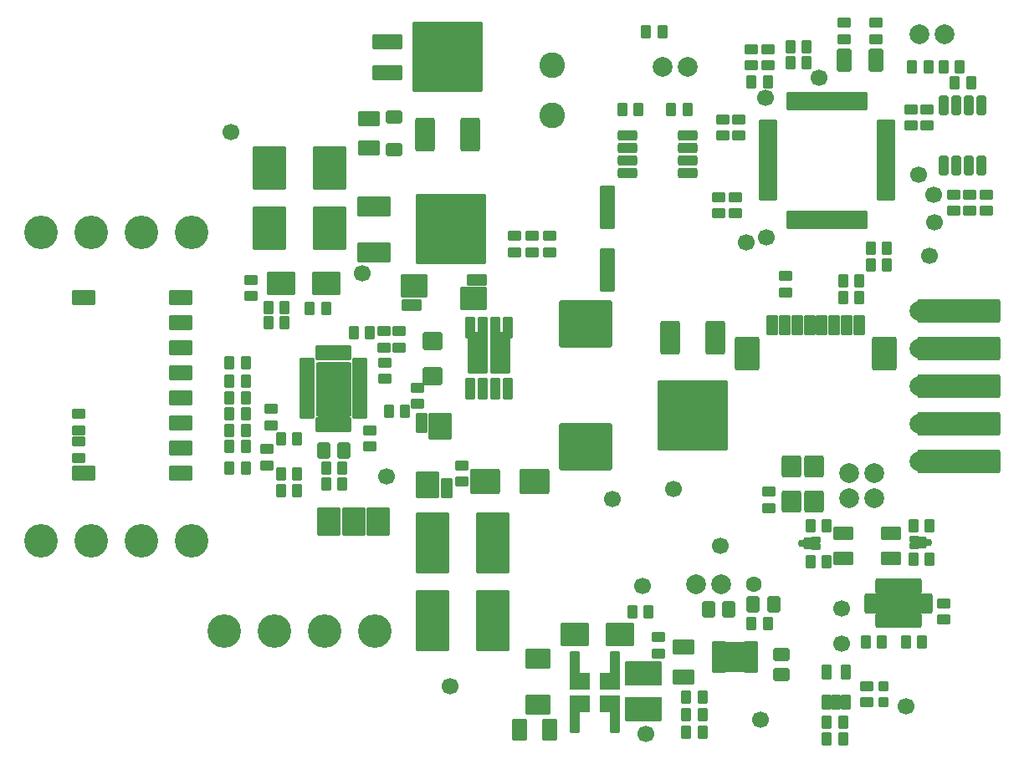
<source format=gbr>
%TF.GenerationSoftware,KiCad,Pcbnew,7.0.8*%
%TF.CreationDate,2024-06-23T22:41:19+02:00*%
%TF.ProjectId,Stima V4 Power,5374696d-6120-4563-9420-506f7765722e,rev?*%
%TF.SameCoordinates,Original*%
%TF.FileFunction,Soldermask,Top*%
%TF.FilePolarity,Negative*%
%FSLAX46Y46*%
G04 Gerber Fmt 4.6, Leading zero omitted, Abs format (unit mm)*
G04 Created by KiCad (PCBNEW 7.0.8) date 2024-06-23 22:41:19*
%MOMM*%
%LPD*%
G01*
G04 APERTURE LIST*
G04 Aperture macros list*
%AMRoundRect*
0 Rectangle with rounded corners*
0 $1 Rounding radius*
0 $2 $3 $4 $5 $6 $7 $8 $9 X,Y pos of 4 corners*
0 Add a 4 corners polygon primitive as box body*
4,1,4,$2,$3,$4,$5,$6,$7,$8,$9,$2,$3,0*
0 Add four circle primitives for the rounded corners*
1,1,$1+$1,$2,$3*
1,1,$1+$1,$4,$5*
1,1,$1+$1,$6,$7*
1,1,$1+$1,$8,$9*
0 Add four rect primitives between the rounded corners*
20,1,$1+$1,$2,$3,$4,$5,0*
20,1,$1+$1,$4,$5,$6,$7,0*
20,1,$1+$1,$6,$7,$8,$9,0*
20,1,$1+$1,$8,$9,$2,$3,0*%
G04 Aperture macros list end*
%ADD10RoundRect,0.200000X-0.300000X-0.500000X0.300000X-0.500000X0.300000X0.500000X-0.300000X0.500000X0*%
%ADD11RoundRect,0.200000X0.300000X0.500000X-0.300000X0.500000X-0.300000X-0.500000X0.300000X-0.500000X0*%
%ADD12C,3.400000*%
%ADD13RoundRect,0.200000X0.800000X1.500000X-0.800000X1.500000X-0.800000X-1.500000X0.800000X-1.500000X0*%
%ADD14RoundRect,0.200000X3.350000X3.350000X-3.350000X3.350000X-3.350000X-3.350000X3.350000X-3.350000X0*%
%ADD15RoundRect,0.200000X0.500000X-0.300000X0.500000X0.300000X-0.500000X0.300000X-0.500000X-0.300000X0*%
%ADD16C,2.000000*%
%ADD17RoundRect,0.200000X-1.050000X-1.500000X1.050000X-1.500000X1.050000X1.500000X-1.050000X1.500000X0*%
%ADD18RoundRect,0.200000X-0.400000X-0.800000X0.400000X-0.800000X0.400000X0.800000X-0.400000X0.800000X0*%
%ADD19RoundRect,0.200000X-0.550000X-0.950000X0.550000X-0.950000X0.550000X0.950000X-0.550000X0.950000X0*%
%ADD20C,1.700000*%
%ADD21RoundRect,0.200000X-0.450000X-0.635000X0.450000X-0.635000X0.450000X0.635000X-0.450000X0.635000X0*%
%ADD22C,1.600000*%
%ADD23RoundRect,0.200000X-0.900000X0.600000X-0.900000X-0.600000X0.900000X-0.600000X0.900000X0.600000X0*%
%ADD24RoundRect,0.200000X-0.500000X0.300000X-0.500000X-0.300000X0.500000X-0.300000X0.500000X0.300000X0*%
%ADD25RoundRect,0.200000X0.450000X0.635000X-0.450000X0.635000X-0.450000X-0.635000X0.450000X-0.635000X0*%
%ADD26RoundRect,0.200000X-1.300000X-1.100000X1.300000X-1.100000X1.300000X1.100000X-1.300000X1.100000X0*%
%ADD27RoundRect,0.200000X-0.800000X-0.500000X0.800000X-0.500000X0.800000X0.500000X-0.800000X0.500000X0*%
%ADD28RoundRect,0.200000X1.100000X-0.800000X1.100000X0.800000X-1.100000X0.800000X-1.100000X-0.800000X0*%
%ADD29RoundRect,0.200000X0.300000X-0.900000X0.300000X0.900000X-0.300000X0.900000X-0.300000X-0.900000X0*%
%ADD30RoundRect,0.200000X-0.825000X-1.900000X0.825000X-1.900000X0.825000X1.900000X-0.825000X1.900000X0*%
%ADD31C,2.600000*%
%ADD32RoundRect,0.200000X-1.500000X0.800000X-1.500000X-0.800000X1.500000X-0.800000X1.500000X0.800000X0*%
%ADD33RoundRect,0.200000X-3.350000X3.350000X-3.350000X-3.350000X3.350000X-3.350000X3.350000X3.350000X0*%
%ADD34RoundRect,0.200000X-1.000000X0.550000X-1.000000X-0.550000X1.000000X-0.550000X1.000000X0.550000X0*%
%ADD35RoundRect,0.200000X1.250000X1.000000X-1.250000X1.000000X-1.250000X-1.000000X1.250000X-1.000000X0*%
%ADD36RoundRect,0.200000X0.400000X0.150000X-0.400000X0.150000X-0.400000X-0.150000X0.400000X-0.150000X0*%
%ADD37C,1.000000*%
%ADD38RoundRect,0.200000X0.900000X1.300000X-0.900000X1.300000X-0.900000X-1.300000X0.900000X-1.300000X0*%
%ADD39RoundRect,0.200000X0.200000X0.400000X-0.200000X0.400000X-0.200000X-0.400000X0.200000X-0.400000X0*%
%ADD40RoundRect,0.200000X3.250000X0.825000X-3.250000X0.825000X-3.250000X-0.825000X3.250000X-0.825000X0*%
%ADD41RoundRect,0.200000X-0.800000X-1.500000X0.800000X-1.500000X0.800000X1.500000X-0.800000X1.500000X0*%
%ADD42RoundRect,0.200000X-3.350000X-3.350000X3.350000X-3.350000X3.350000X3.350000X-3.350000X3.350000X0*%
%ADD43RoundRect,0.200000X-0.800000X0.900000X-0.800000X-0.900000X0.800000X-0.900000X0.800000X0.900000X0*%
%ADD44RoundRect,0.200000X-1.500000X2.000000X-1.500000X-2.000000X1.500000X-2.000000X1.500000X2.000000X0*%
%ADD45RoundRect,0.200000X-1.250000X-1.000000X1.250000X-1.000000X1.250000X1.000000X-1.250000X1.000000X0*%
%ADD46RoundRect,0.200000X0.850000X0.380000X-0.850000X0.380000X-0.850000X-0.380000X0.850000X-0.380000X0*%
%ADD47RoundRect,0.200000X1.145000X1.015000X-1.145000X1.015000X-1.145000X-1.015000X1.145000X-1.015000X0*%
%ADD48RoundRect,0.200000X0.380000X-0.850000X0.380000X0.850000X-0.380000X0.850000X-0.380000X-0.850000X0*%
%ADD49RoundRect,0.200000X1.015000X-1.145000X1.015000X1.145000X-1.015000X1.145000X-1.015000X-1.145000X0*%
%ADD50RoundRect,0.200000X-0.225000X-0.125000X0.225000X-0.125000X0.225000X0.125000X-0.225000X0.125000X0*%
%ADD51RoundRect,0.200000X0.200000X0.150000X-0.200000X0.150000X-0.200000X-0.150000X0.200000X-0.150000X0*%
%ADD52RoundRect,0.200000X-1.000000X-1.250000X1.000000X-1.250000X1.000000X1.250000X-1.000000X1.250000X0*%
%ADD53RoundRect,0.200000X-0.140000X-0.750000X0.140000X-0.750000X0.140000X0.750000X-0.140000X0.750000X0*%
%ADD54RoundRect,0.200000X-0.750000X0.140000X-0.750000X-0.140000X0.750000X-0.140000X0.750000X0.140000X0*%
%ADD55RoundRect,0.200000X0.350000X1.150000X-0.350000X1.150000X-0.350000X-1.150000X0.350000X-1.150000X0*%
%ADD56RoundRect,0.200000X0.850000X0.650000X-0.850000X0.650000X-0.850000X-0.650000X0.850000X-0.650000X0*%
%ADD57RoundRect,0.200000X0.600000X2.000000X-0.600000X2.000000X-0.600000X-2.000000X0.600000X-2.000000X0*%
%ADD58RoundRect,0.200000X0.635000X-0.450000X0.635000X0.450000X-0.635000X0.450000X-0.635000X-0.450000X0*%
%ADD59RoundRect,0.200000X-0.600000X-0.900000X0.600000X-0.900000X0.600000X0.900000X-0.600000X0.900000X0*%
%ADD60RoundRect,0.200000X0.800000X-0.700000X0.800000X0.700000X-0.800000X0.700000X-0.800000X-0.700000X0*%
%ADD61RoundRect,0.200000X0.300000X-0.300000X0.300000X0.300000X-0.300000X0.300000X-0.300000X-0.300000X0*%
%ADD62RoundRect,0.200000X-0.300000X0.800000X-0.300000X-0.800000X0.300000X-0.800000X0.300000X0.800000X0*%
%ADD63RoundRect,0.200000X-0.300000X-0.600000X0.300000X-0.600000X0.300000X0.600000X-0.300000X0.600000X0*%
%ADD64RoundRect,0.200000X-1.700000X-0.550000X1.700000X-0.550000X1.700000X0.550000X-1.700000X0.550000X0*%
%ADD65RoundRect,0.200000X-1.700000X-0.490000X1.700000X-0.490000X1.700000X0.490000X-1.700000X0.490000X0*%
%ADD66RoundRect,0.200000X0.610000X-0.455000X0.610000X0.455000X-0.610000X0.455000X-0.610000X-0.455000X0*%
%ADD67RoundRect,0.200000X0.225000X0.125000X-0.225000X0.125000X-0.225000X-0.125000X0.225000X-0.125000X0*%
%ADD68RoundRect,0.200000X-0.200000X-0.400000X0.200000X-0.400000X0.200000X0.400000X-0.200000X0.400000X0*%
%ADD69RoundRect,0.200000X-0.200000X-0.150000X0.200000X-0.150000X0.200000X0.150000X-0.200000X0.150000X0*%
%ADD70RoundRect,0.200000X0.600000X-0.125000X0.600000X0.125000X-0.600000X0.125000X-0.600000X-0.125000X0*%
%ADD71RoundRect,0.200000X-0.125000X-0.600000X0.125000X-0.600000X0.125000X0.600000X-0.125000X0.600000X0*%
%ADD72RoundRect,0.200000X-1.575000X2.575000X-1.575000X-2.575000X1.575000X-2.575000X1.575000X2.575000X0*%
%ADD73RoundRect,0.200000X1.500000X-2.000000X1.500000X2.000000X-1.500000X2.000000X-1.500000X-2.000000X0*%
%ADD74RoundRect,0.200000X-0.800000X-0.300000X0.800000X-0.300000X0.800000X0.300000X-0.800000X0.300000X0*%
%ADD75RoundRect,0.200000X4.000000X-1.000000X4.000000X1.000000X-4.000000X1.000000X-4.000000X-1.000000X0*%
%ADD76RoundRect,0.200000X-2.500000X1.550000X-2.500000X-1.550000X2.500000X-1.550000X2.500000X1.550000X0*%
%ADD77RoundRect,0.200000X1.300000X-0.600000X1.300000X0.600000X-1.300000X0.600000X-1.300000X-0.600000X0*%
G04 APERTURE END LIST*
D10*
%TO.C,C38*%
X135661415Y-107543600D03*
X137312415Y-107543600D03*
%TD*%
%TO.C,R20*%
X124739415Y-110337600D03*
X126390415Y-110337600D03*
%TD*%
D11*
%TO.C,C12*%
X177952415Y-72237600D03*
X176301415Y-72237600D03*
%TD*%
D12*
%TO.C,J3*%
X115722415Y-89382600D03*
X110642415Y-89382600D03*
X105562415Y-89382600D03*
X100482415Y-89382600D03*
%TD*%
D11*
%TO.C,C41*%
X130962415Y-114909600D03*
X129311415Y-114909600D03*
%TD*%
D13*
%TO.C,Q2*%
X168732215Y-100050600D03*
D14*
X166420815Y-107899200D03*
D13*
X164109415Y-100050600D03*
%TD*%
D15*
%TO.C,C30*%
X148361415Y-91414600D03*
X148361415Y-89763600D03*
%TD*%
%TO.C,R6*%
X196113415Y-87223590D03*
X196113415Y-85572590D03*
%TD*%
D11*
%TO.C,C35*%
X121183415Y-106146600D03*
X119532415Y-106146600D03*
%TD*%
D16*
%TO.C,BATT1*%
X165887415Y-72618600D03*
X163347415Y-72618600D03*
%TD*%
D17*
%TO.C,J1*%
X171956415Y-101701600D03*
X185786415Y-101701600D03*
D18*
X174496415Y-98780600D03*
X175746415Y-98780600D03*
X176996415Y-98780600D03*
X178246415Y-98780600D03*
X179496415Y-98780600D03*
X180746415Y-98780600D03*
X181996415Y-98780600D03*
X183246415Y-98780600D03*
%TD*%
D11*
%TO.C,R27*%
X126390415Y-113893600D03*
X124739415Y-113893600D03*
%TD*%
%TO.C,C3*%
X194589415Y-74242980D03*
X192938415Y-74242980D03*
%TD*%
D19*
%TO.C,X1*%
X181737015Y-71983600D03*
X184937415Y-71983600D03*
%TD*%
D20*
%TO.C,TP8*%
X190779415Y-85572600D03*
%TD*%
D10*
%TO.C,R28*%
X172364415Y-129006600D03*
X174015415Y-129006600D03*
%TD*%
D21*
%TO.C,C39*%
X129057415Y-111480600D03*
X131089415Y-111480600D03*
%TD*%
D22*
%TO.C,J7*%
X172618415Y-125042980D03*
%TD*%
D23*
%TO.C,C48*%
X165506415Y-131419600D03*
X165506415Y-134419600D03*
%TD*%
D11*
%TO.C,C20*%
X190398415Y-119100590D03*
X188747415Y-119100590D03*
%TD*%
D24*
%TO.C,C29*%
X136677415Y-99415600D03*
X136677415Y-101066600D03*
%TD*%
D15*
%TO.C,C55*%
X184048415Y-137007600D03*
X184048415Y-135356600D03*
%TD*%
D12*
%TO.C,J5*%
X100482415Y-120624600D03*
X105562415Y-120624600D03*
X110642415Y-120624600D03*
X115722415Y-120624600D03*
%TD*%
D10*
%TO.C,FIL1*%
X172364415Y-74142600D03*
X174015415Y-74142600D03*
%TD*%
D25*
%TO.C,DL1*%
X174650415Y-127101600D03*
X172491415Y-127101600D03*
%TD*%
D15*
%TO.C,C2*%
X174015415Y-72491600D03*
X174015415Y-70840600D03*
%TD*%
%TO.C,R24*%
X104292415Y-109448590D03*
X104292415Y-107797590D03*
%TD*%
D10*
%TO.C,C25*%
X178333415Y-119073980D03*
X179984415Y-119073980D03*
%TD*%
D26*
%TO.C,C44*%
X145440415Y-114655600D03*
X150433415Y-114655600D03*
%TD*%
D24*
%TO.C,C40*%
X133756415Y-109448600D03*
X133756415Y-111099600D03*
%TD*%
D20*
%TO.C,TP3*%
X189255415Y-83540600D03*
%TD*%
D27*
%TO.C,L1*%
X186461415Y-122402590D03*
X186461415Y-119862590D03*
X181635415Y-119862590D03*
X181635415Y-122402590D03*
%TD*%
D28*
%TO.C,D3*%
X150774415Y-137261600D03*
X150774415Y-132562600D03*
%TD*%
D29*
%TO.C,Q3*%
X143916415Y-99034600D03*
D30*
X144678415Y-101574600D03*
D29*
X145186415Y-99034600D03*
X146456415Y-99034600D03*
D30*
X146964415Y-101574600D03*
D29*
X147726415Y-99034600D03*
X145186415Y-105257600D03*
X147726415Y-105257600D03*
X143916415Y-105257600D03*
X146456415Y-105257600D03*
%TD*%
D31*
%TO.C,C16*%
X152171415Y-72491600D03*
X152171495Y-77571680D03*
%TD*%
D32*
%TO.C,Q1*%
X134137415Y-86765180D03*
D33*
X141986015Y-89076580D03*
D32*
X134137415Y-91387980D03*
%TD*%
D20*
%TO.C,TP4*%
X179222415Y-73761600D03*
%TD*%
D15*
%TO.C,C1*%
X172364415Y-72491600D03*
X172364415Y-70840600D03*
%TD*%
D34*
%TO.C,SW1*%
X104800415Y-95986600D03*
X104800415Y-113766600D03*
X114579415Y-95986600D03*
X114579415Y-98526600D03*
X114579415Y-101066600D03*
X114579415Y-103606600D03*
X114579415Y-106146600D03*
X114579415Y-108686600D03*
X114579415Y-111226600D03*
X114579415Y-113766600D03*
%TD*%
D20*
%TO.C,TP18*%
X141884415Y-135356600D03*
%TD*%
D11*
%TO.C,C23*%
X185572415Y-130911590D03*
X183921415Y-130911590D03*
%TD*%
D35*
%TO.C,DZ3*%
X129311415Y-94589600D03*
X124739415Y-94589600D03*
%TD*%
D20*
%TO.C,TP7*%
X190906415Y-88366600D03*
%TD*%
D16*
%TO.C,JP7*%
X166776415Y-125069600D03*
X169316415Y-125069600D03*
%TD*%
D20*
%TO.C,TP13*%
X158267415Y-116433600D03*
%TD*%
D16*
%TO.C,BOOT1*%
X191922415Y-69316600D03*
X189382415Y-69316600D03*
%TD*%
D20*
%TO.C,TP9*%
X181508415Y-127455980D03*
%TD*%
D36*
%TO.C,U6*%
X168935415Y-131165600D03*
X169189415Y-131165600D03*
X168935415Y-131665600D03*
X169189415Y-131665600D03*
X168935415Y-132165600D03*
X169189415Y-132165600D03*
X168935415Y-132665600D03*
X169189415Y-132665600D03*
X168935415Y-133165600D03*
X169189415Y-133165600D03*
X168935415Y-133665600D03*
X169189415Y-133665600D03*
X172189415Y-133665600D03*
X172443415Y-133665600D03*
X172443415Y-133665600D03*
X172189415Y-133165600D03*
X172443415Y-133165600D03*
X172189415Y-132665600D03*
X172443415Y-132665600D03*
X172189415Y-132165600D03*
X172443415Y-132165600D03*
X172189415Y-131665600D03*
X172443415Y-131665600D03*
X172189415Y-131165600D03*
X172443415Y-131165600D03*
D37*
X170181415Y-131526600D03*
X170181415Y-133304600D03*
D38*
X170689415Y-132415600D03*
D37*
X171197415Y-131526600D03*
X171197415Y-133304600D03*
%TD*%
D10*
%TO.C,C19*%
X178333425Y-122756980D03*
X179984425Y-122756980D03*
%TD*%
D11*
%TO.C,C51*%
X167411415Y-140055600D03*
X165760415Y-140055600D03*
%TD*%
D16*
%TO.C,JP4*%
X184810415Y-113739980D03*
X184810415Y-116279980D03*
%TD*%
D15*
%TO.C,R22*%
X123723415Y-108940600D03*
X123723415Y-107289600D03*
%TD*%
%TO.C,C4*%
X171094415Y-79576980D03*
X171094415Y-77925980D03*
%TD*%
D10*
%TO.C,R21*%
X129311415Y-113258600D03*
X130962415Y-113258600D03*
%TD*%
D11*
%TO.C,R17*%
X121183415Y-102590600D03*
X119532415Y-102590600D03*
%TD*%
D39*
%TO.C,U4*%
X185318415Y-128473190D03*
X185318415Y-128879590D03*
X185968415Y-128473190D03*
X185968415Y-128879590D03*
X186618415Y-128473190D03*
X186618415Y-128879590D03*
X187268415Y-128473190D03*
X187268415Y-128879590D03*
X187918415Y-128473190D03*
X187918415Y-128879590D03*
X188568415Y-128473190D03*
X188568415Y-128879590D03*
X189218415Y-128473190D03*
X189218415Y-128879590D03*
X189218415Y-125066790D03*
X189218415Y-125473190D03*
X188568415Y-125066790D03*
X188568415Y-125473190D03*
X187918415Y-125066790D03*
X187918415Y-125473190D03*
X187268415Y-125066790D03*
X187268415Y-125473190D03*
X186618415Y-125066790D03*
X186618415Y-125473190D03*
X185968415Y-125066790D03*
X185968415Y-125473190D03*
X185318415Y-125066790D03*
X185318415Y-125473190D03*
D40*
X187268415Y-126973190D03*
%TD*%
D10*
%TO.C,R14*%
X123469415Y-98526600D03*
X125120415Y-98526600D03*
%TD*%
D11*
%TO.C,C42*%
X121183415Y-109448600D03*
X119532415Y-109448600D03*
%TD*%
D24*
%TO.C,C37*%
X138582415Y-105130600D03*
X138582415Y-106781600D03*
%TD*%
D41*
%TO.C,Q4*%
X139293615Y-79476600D03*
D42*
X141605015Y-71628000D03*
D41*
X143916415Y-79476600D03*
%TD*%
D20*
%TO.C,+5V1*%
X161696415Y-140182600D03*
%TD*%
D43*
%TO.C,R11*%
X178714415Y-113104980D03*
X178714415Y-116660980D03*
%TD*%
D44*
%TO.C,L2*%
X129692415Y-82830710D03*
X129692415Y-88926710D03*
X123596415Y-82830710D03*
X123596415Y-88926710D03*
%TD*%
D20*
%TO.C,MCO1*%
X173888415Y-89890600D03*
%TD*%
%TO.C,TP1*%
X173761415Y-75793600D03*
%TD*%
%TO.C,GND2*%
X173305815Y-138784000D03*
%TD*%
D45*
%TO.C,DZ4*%
X154457415Y-130149600D03*
X159029415Y-130149600D03*
%TD*%
D46*
%TO.C,R13*%
X137947415Y-96748600D03*
X144551415Y-94208600D03*
D47*
X138252215Y-94843600D03*
X144246615Y-96113600D03*
%TD*%
D10*
%TO.C,R19*%
X119532415Y-107797600D03*
X121183415Y-107797600D03*
%TD*%
D24*
%TO.C,R1*%
X175793415Y-93827600D03*
X175793415Y-95478600D03*
%TD*%
D16*
%TO.C,JP3*%
X182270415Y-113739980D03*
X182270415Y-116279980D03*
%TD*%
D15*
%TO.C,R26*%
X123342415Y-113004600D03*
X123342415Y-111353600D03*
%TD*%
D48*
%TO.C,R18*%
X138963415Y-108686600D03*
X141503415Y-115290600D03*
D49*
X140868415Y-108991400D03*
X139598415Y-114985800D03*
%TD*%
D50*
%TO.C,DZ2*%
X178968415Y-121232980D03*
X178739815Y-121232980D03*
X178968415Y-120572580D03*
X178739815Y-120572580D03*
D39*
X178054015Y-120902780D03*
D51*
X177698415Y-120902780D03*
X177495215Y-120902780D03*
%TD*%
D52*
%TO.C,JP5*%
X129605415Y-118719600D03*
X132105415Y-118719600D03*
X134605415Y-118719600D03*
%TD*%
D12*
%TO.C,J4*%
X119024415Y-129768600D03*
X124104415Y-129768600D03*
X129184415Y-129768600D03*
X134264415Y-129768600D03*
%TD*%
D20*
%TO.C,TP6*%
X132994415Y-93573600D03*
%TD*%
D53*
%TO.C,U1*%
X183765405Y-76083600D03*
X183265415Y-76083600D03*
X182765415Y-76083600D03*
X182265415Y-76083600D03*
X181765415Y-76083600D03*
X181265415Y-76083600D03*
X180765415Y-76083600D03*
X180265415Y-76083600D03*
X179765415Y-76083600D03*
X179265415Y-76083600D03*
X178765415Y-76083600D03*
X178265425Y-76083600D03*
X177765415Y-76083600D03*
X177265415Y-76083600D03*
X176765425Y-76083600D03*
X176265425Y-76083600D03*
D54*
X174015425Y-78333600D03*
X174015425Y-78833600D03*
X174015425Y-79333600D03*
X174015425Y-79833600D03*
X174015425Y-80333600D03*
X174015425Y-80833600D03*
X174015425Y-81333600D03*
X174015425Y-81833600D03*
X174015425Y-82333600D03*
X174015425Y-82833590D03*
X174015425Y-83333590D03*
X174015425Y-83833590D03*
X174015425Y-84333590D03*
X174015425Y-84833590D03*
X174015425Y-85333590D03*
X174015425Y-85833590D03*
D53*
X176265425Y-88083590D03*
X176765425Y-88083590D03*
X177265415Y-88083590D03*
X177765415Y-88083590D03*
X178265425Y-88083590D03*
X178765415Y-88083590D03*
X179265415Y-88083590D03*
X179765415Y-88083590D03*
X180265415Y-88083590D03*
X180765415Y-88083590D03*
X181265415Y-88083590D03*
X181765415Y-88083590D03*
X182265415Y-88083590D03*
X182765415Y-88083590D03*
X183265415Y-88083590D03*
X183765405Y-88083590D03*
D54*
X186015415Y-85833590D03*
X186015415Y-85333590D03*
X186015415Y-84833590D03*
X186015415Y-84333590D03*
X186015415Y-83833590D03*
X186015415Y-83333590D03*
X186015415Y-82833590D03*
X186015415Y-82333600D03*
X186015415Y-81833600D03*
X186015415Y-81333600D03*
X186015415Y-80833600D03*
X186015415Y-80333600D03*
X186015415Y-79833600D03*
X186015415Y-79333600D03*
X186015415Y-78833600D03*
X186015415Y-78333600D03*
%TD*%
D11*
%TO.C,R7*%
X193446415Y-72618600D03*
X191795415Y-72618600D03*
%TD*%
D24*
%TO.C,R16*%
X121691415Y-94208600D03*
X121691415Y-95859600D03*
%TD*%
D10*
%TO.C,R31*%
X119532415Y-113258600D03*
X121183415Y-113258600D03*
%TD*%
D55*
%TO.C,L5*%
X154457415Y-138785600D03*
X154457415Y-137642600D03*
D56*
X154965415Y-137134600D03*
X154965415Y-134848600D03*
D55*
X154457415Y-134340600D03*
X154457415Y-133197600D03*
D56*
X158013415Y-134848600D03*
D55*
X158521415Y-134340600D03*
X158521415Y-133197600D03*
X158521415Y-138785600D03*
X158521415Y-137642600D03*
D56*
X158013415Y-137134600D03*
%TD*%
D57*
%TO.C,C28*%
X157759415Y-93192600D03*
X157759415Y-86842600D03*
%TD*%
D58*
%TO.C,C52*%
X175412415Y-134213600D03*
X175412415Y-132181600D03*
%TD*%
D11*
%TO.C,C50*%
X167411415Y-138277600D03*
X165760415Y-138277600D03*
%TD*%
D10*
%TO.C,R9*%
X159283415Y-76936600D03*
X160934415Y-76936600D03*
%TD*%
D23*
%TO.C,R30*%
X133629415Y-77873600D03*
X133629415Y-80873600D03*
%TD*%
D11*
%TO.C,C6*%
X186080415Y-91033600D03*
X184429415Y-91033600D03*
%TD*%
D15*
%TO.C,C43*%
X143027415Y-114655600D03*
X143027415Y-113004600D03*
%TD*%
D20*
%TO.C,GND1*%
X169189415Y-121105980D03*
%TD*%
D24*
%TO.C,R4*%
X194462415Y-85572600D03*
X194462415Y-87223600D03*
%TD*%
D11*
%TO.C,C54*%
X181635415Y-139039590D03*
X179984415Y-139039590D03*
%TD*%
D59*
%TO.C,F2*%
X148917415Y-139801600D03*
X151917415Y-139801600D03*
%TD*%
D60*
%TO.C,D2*%
X140106415Y-103987600D03*
X140106415Y-100431600D03*
%TD*%
D15*
%TO.C,C31*%
X150139415Y-91414600D03*
X150139415Y-89763600D03*
%TD*%
D20*
%TO.C,TP14*%
X135407415Y-114147600D03*
%TD*%
D10*
%TO.C,R23*%
X124739415Y-115544600D03*
X126390415Y-115544600D03*
%TD*%
D15*
%TO.C,C11*%
X190144415Y-78587590D03*
X190144415Y-76936590D03*
%TD*%
D24*
%TO.C,R5*%
X192811415Y-85572600D03*
X192811415Y-87223600D03*
%TD*%
D61*
%TO.C,DZ5*%
X185699415Y-137007600D03*
X185699415Y-135356600D03*
%TD*%
D20*
%TO.C,TP5*%
X190398415Y-91768980D03*
%TD*%
D11*
%TO.C,R2*%
X183286415Y-95986600D03*
X181635415Y-95986600D03*
%TD*%
D62*
%TO.C,U2*%
X195605415Y-76555600D03*
X194335415Y-76555600D03*
X193065415Y-76555600D03*
X191795415Y-76555600D03*
X191795415Y-82651600D03*
X193065415Y-82651600D03*
X194335415Y-82651600D03*
X195605415Y-82651600D03*
%TD*%
D24*
%TO.C,C46*%
X162966415Y-130403600D03*
X162966415Y-132054600D03*
%TD*%
D11*
%TO.C,C27*%
X125120415Y-97002600D03*
X123469415Y-97002600D03*
%TD*%
D10*
%TO.C,R15*%
X119532415Y-104495600D03*
X121183415Y-104495600D03*
%TD*%
%TO.C,C22*%
X187985415Y-130911600D03*
X189636415Y-130911600D03*
%TD*%
D11*
%TO.C,R8*%
X177952415Y-70586600D03*
X176301415Y-70586600D03*
%TD*%
D63*
%TO.C,U7*%
X179984415Y-137007590D03*
X180934415Y-137007590D03*
X181884415Y-137007590D03*
X181889415Y-133959590D03*
X179984415Y-133959590D03*
%TD*%
D64*
%TO.C,L6*%
X161442415Y-133578600D03*
D65*
X161442415Y-134594600D03*
X161442415Y-137134600D03*
D64*
X161442415Y-138150600D03*
%TD*%
D66*
%TO.C,DZ6*%
X136169415Y-80984600D03*
X136169415Y-77714600D03*
%TD*%
D11*
%TO.C,C45*%
X121183415Y-111099600D03*
X119532415Y-111099600D03*
%TD*%
D20*
%TO.C,TP17*%
X164490415Y-115417600D03*
%TD*%
D24*
%TO.C,C34*%
X135153415Y-99415600D03*
X135153415Y-101066600D03*
%TD*%
D10*
%TO.C,C15*%
X188620415Y-72618600D03*
X190271415Y-72618600D03*
%TD*%
D11*
%TO.C,C18*%
X190398415Y-122529590D03*
X188747415Y-122529590D03*
%TD*%
D67*
%TO.C,DZ1*%
X188747415Y-120497590D03*
X188976015Y-120497590D03*
X188747415Y-121157990D03*
X188976015Y-121157990D03*
D68*
X189661815Y-120827790D03*
D69*
X190017415Y-120827790D03*
X190220615Y-120827790D03*
%TD*%
D11*
%TO.C,C49*%
X167411415Y-136499600D03*
X165760415Y-136499600D03*
%TD*%
%TO.C,R10*%
X163347415Y-69062600D03*
X161696415Y-69062600D03*
%TD*%
D20*
%TO.C,TP10*%
X181508415Y-131011980D03*
%TD*%
D24*
%TO.C,C8*%
X169443415Y-77925980D03*
X169443415Y-79576980D03*
%TD*%
%TO.C,C9*%
X169062415Y-85826600D03*
X169062415Y-87477600D03*
%TD*%
D70*
%TO.C,U5*%
X127406415Y-102463600D03*
X127406415Y-102963600D03*
X127406415Y-103463600D03*
X127406415Y-103963600D03*
X127406415Y-104463600D03*
X127406415Y-104963600D03*
X127406415Y-105463600D03*
X127406415Y-105963600D03*
X127406415Y-106463600D03*
X127406415Y-106963600D03*
X127406415Y-107463600D03*
X127406415Y-107963600D03*
D71*
X128560415Y-108867590D03*
X129060415Y-108867590D03*
X129560415Y-108867590D03*
X130060415Y-108867590D03*
X130560415Y-108867590D03*
X131060415Y-108867590D03*
X131560415Y-108867590D03*
D70*
X132714415Y-107963590D03*
X132714415Y-107463590D03*
X132714415Y-106963590D03*
X132714415Y-106463590D03*
X132714415Y-105963580D03*
X132714405Y-105463590D03*
X132714405Y-104963590D03*
X132714415Y-104463590D03*
X132714415Y-103963590D03*
X132714415Y-103463590D03*
X132714415Y-102963590D03*
X132714415Y-102463590D03*
D71*
X131560415Y-101559600D03*
X131060415Y-101559600D03*
X130560405Y-101559600D03*
X130060415Y-101559600D03*
X129560415Y-101559600D03*
X129060415Y-101559600D03*
X128560415Y-101559600D03*
D72*
X130060415Y-105264390D03*
%TD*%
D15*
%TO.C,C13*%
X184937415Y-69824600D03*
X184937415Y-68173600D03*
%TD*%
D11*
%TO.C,R3*%
X183286415Y-94335600D03*
X181635415Y-94335600D03*
%TD*%
D73*
%TO.C,L4*%
X140106415Y-129641600D03*
X140106415Y-127863600D03*
X140106415Y-121767600D03*
X140106415Y-119989600D03*
X146202415Y-129641600D03*
X146202415Y-127863600D03*
X146202415Y-121767600D03*
X146202415Y-119989600D03*
%TD*%
D74*
%TO.C,U3*%
X159791415Y-79603600D03*
X159791415Y-80873600D03*
X159791415Y-82143600D03*
X159791415Y-83413600D03*
X165887415Y-83413600D03*
X165887415Y-82143600D03*
X165887415Y-80873600D03*
X165887415Y-79603600D03*
%TD*%
D11*
%TO.C,C53*%
X181635415Y-140690590D03*
X179984415Y-140690590D03*
%TD*%
D20*
%TO.C,+3V3*%
X187985415Y-137388600D03*
%TD*%
D15*
%TO.C,C36*%
X135280415Y-104241600D03*
X135280415Y-102590600D03*
%TD*%
D16*
%TO.C,J2*%
X189382415Y-112623600D03*
D75*
X193319415Y-112623600D03*
D16*
X189382415Y-108813600D03*
D75*
X193319415Y-108813600D03*
D16*
X189382415Y-105003600D03*
D75*
X193319415Y-105003600D03*
X193319415Y-101193600D03*
D16*
X189382415Y-101193590D03*
X189382415Y-97383600D03*
D75*
X193319415Y-97383600D03*
%TD*%
D11*
%TO.C,C26*%
X129311415Y-97129600D03*
X127660415Y-97129600D03*
%TD*%
%TO.C,C17*%
X165887415Y-76936600D03*
X164236415Y-76936600D03*
%TD*%
D25*
%TO.C,R29*%
X170078415Y-127609600D03*
X168046415Y-127609600D03*
%TD*%
D10*
%TO.C,C10*%
X184429415Y-92684600D03*
X186080415Y-92684600D03*
%TD*%
D76*
%TO.C,L3*%
X155600415Y-98018600D03*
X155600415Y-99288600D03*
X155600415Y-110464600D03*
X155600415Y-111734600D03*
%TD*%
D15*
%TO.C,C21*%
X174142415Y-117295980D03*
X174142415Y-115644980D03*
%TD*%
D77*
%TO.C,F1*%
X135534415Y-73253600D03*
X135534415Y-70053600D03*
%TD*%
D24*
%TO.C,R25*%
X104292415Y-110591600D03*
X104292415Y-112242600D03*
%TD*%
%TO.C,C7*%
X188493415Y-76936600D03*
X188493415Y-78587600D03*
%TD*%
D10*
%TO.C,C33*%
X132105415Y-99542600D03*
X133756415Y-99542600D03*
%TD*%
D11*
%TO.C,C47*%
X161950415Y-127863600D03*
X160299415Y-127863600D03*
%TD*%
D15*
%TO.C,C24*%
X191795415Y-128625590D03*
X191795415Y-126974590D03*
%TD*%
D20*
%TO.C,TP2*%
X171856415Y-90398600D03*
%TD*%
D15*
%TO.C,C5*%
X170713415Y-87477600D03*
X170713415Y-85826600D03*
%TD*%
%TO.C,C32*%
X151917415Y-91414600D03*
X151917415Y-89763600D03*
%TD*%
D20*
%TO.C,+12V1*%
X161315415Y-125196600D03*
%TD*%
D43*
%TO.C,R12*%
X176428415Y-113104980D03*
X176428415Y-116660980D03*
%TD*%
D20*
%TO.C,TP11*%
X119659415Y-79222600D03*
%TD*%
D15*
%TO.C,C14*%
X181762415Y-69824600D03*
X181762415Y-68173600D03*
%TD*%
M02*

</source>
